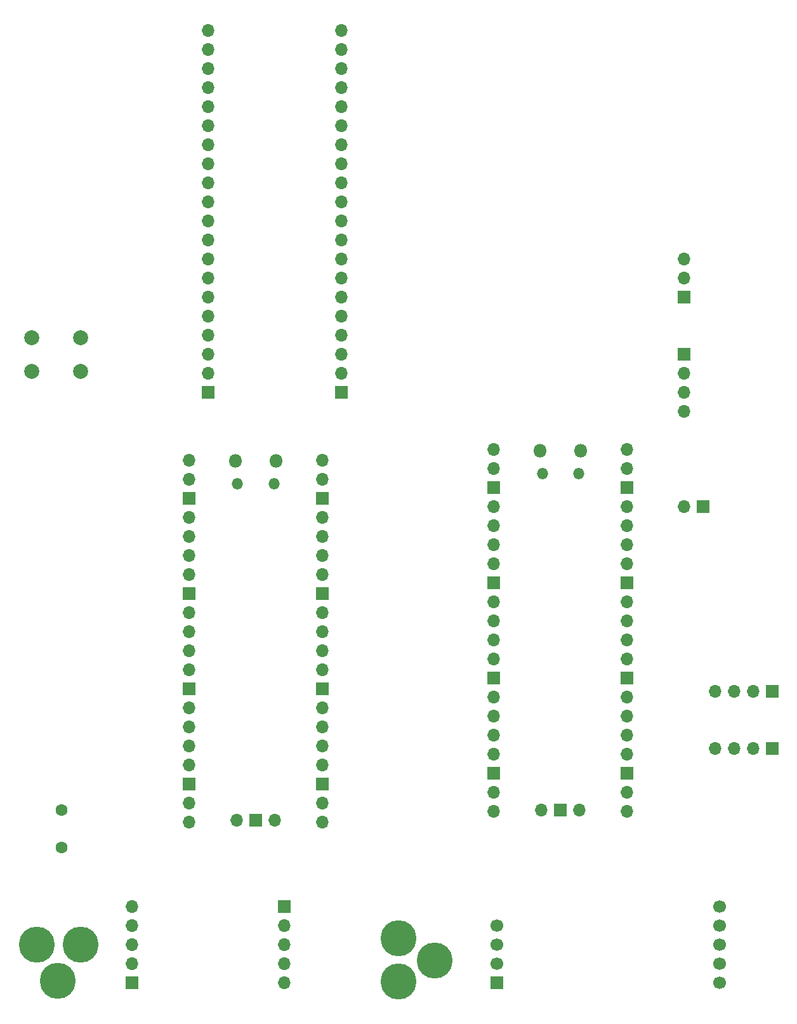
<source format=gbs>
G04 #@! TF.GenerationSoftware,KiCad,Pcbnew,7.0.7*
G04 #@! TF.CreationDate,2024-01-04T21:27:51+01:00*
G04 #@! TF.ProjectId,InternalPCB,496e7465-726e-4616-9c50-43422e6b6963,A*
G04 #@! TF.SameCoordinates,Original*
G04 #@! TF.FileFunction,Soldermask,Bot*
G04 #@! TF.FilePolarity,Negative*
%FSLAX46Y46*%
G04 Gerber Fmt 4.6, Leading zero omitted, Abs format (unit mm)*
G04 Created by KiCad (PCBNEW 7.0.7) date 2024-01-04 21:27:51*
%MOMM*%
%LPD*%
G01*
G04 APERTURE LIST*
%ADD10R,1.700000X1.700000*%
%ADD11O,1.700000X1.700000*%
%ADD12C,1.700000*%
%ADD13O,1.800000X1.800000*%
%ADD14O,1.500000X1.500000*%
%ADD15C,2.000000*%
%ADD16C,1.600000*%
%ADD17C,4.800000*%
G04 APERTURE END LIST*
D10*
X45720000Y-165100000D03*
D11*
X45720000Y-162560000D03*
X45720000Y-160020000D03*
X45720000Y-157480000D03*
X45720000Y-154940000D03*
D10*
X94417500Y-165100000D03*
D12*
X94417500Y-162560000D03*
X94417500Y-160020000D03*
X94417500Y-157480000D03*
X124117500Y-154940000D03*
X124117500Y-157480000D03*
X124117500Y-160020000D03*
X124117500Y-162560000D03*
X124117500Y-165100000D03*
D13*
X100145000Y-94110000D03*
D14*
X100445000Y-97140000D03*
X105295000Y-97140000D03*
D13*
X105595000Y-94110000D03*
D11*
X93980000Y-93980000D03*
X93980000Y-96520000D03*
D10*
X93980000Y-99060000D03*
D11*
X93980000Y-101600000D03*
X93980000Y-104140000D03*
X93980000Y-106680000D03*
X93980000Y-109220000D03*
D10*
X93980000Y-111760000D03*
D11*
X93980000Y-114300000D03*
X93980000Y-116840000D03*
X93980000Y-119380000D03*
X93980000Y-121920000D03*
D10*
X93980000Y-124460000D03*
D11*
X93980000Y-127000000D03*
X93980000Y-129540000D03*
X93980000Y-132080000D03*
X93980000Y-134620000D03*
D10*
X93980000Y-137160000D03*
D11*
X93980000Y-139700000D03*
X93980000Y-142240000D03*
X111760000Y-142240000D03*
X111760000Y-139700000D03*
D10*
X111760000Y-137160000D03*
D11*
X111760000Y-134620000D03*
X111760000Y-132080000D03*
X111760000Y-129540000D03*
X111760000Y-127000000D03*
D10*
X111760000Y-124460000D03*
D11*
X111760000Y-121920000D03*
X111760000Y-119380000D03*
X111760000Y-116840000D03*
X111760000Y-114300000D03*
D10*
X111760000Y-111760000D03*
D11*
X111760000Y-109220000D03*
X111760000Y-106680000D03*
X111760000Y-104140000D03*
X111760000Y-101600000D03*
D10*
X111760000Y-99060000D03*
D11*
X111760000Y-96520000D03*
X111760000Y-93980000D03*
X100330000Y-142010000D03*
D10*
X102870000Y-142010000D03*
D11*
X105410000Y-142010000D03*
D10*
X131084775Y-126188605D03*
D11*
X128544775Y-126188605D03*
X126004775Y-126188605D03*
X123464775Y-126188605D03*
D15*
X32310000Y-79030000D03*
X38810000Y-79030000D03*
X32310000Y-83530000D03*
X38810000Y-83530000D03*
D16*
X36322000Y-147026000D03*
X36322000Y-142026000D03*
D10*
X55880000Y-86360000D03*
D11*
X55880000Y-83820000D03*
X55880000Y-81280000D03*
X55880000Y-78740000D03*
X55880000Y-76200000D03*
X55880000Y-73660000D03*
X55880000Y-71120000D03*
X55880000Y-68580000D03*
X55880000Y-66040000D03*
X55880000Y-63500000D03*
X55880000Y-60960000D03*
X55880000Y-58420000D03*
X55880000Y-55880000D03*
X55880000Y-53340000D03*
X55880000Y-50800000D03*
X55880000Y-48260000D03*
X55880000Y-45720000D03*
X55880000Y-43180000D03*
X55880000Y-40640000D03*
X55880000Y-38100000D03*
D10*
X119380000Y-73660000D03*
D11*
X119380000Y-71120000D03*
X119380000Y-68580000D03*
D10*
X73660000Y-86360000D03*
D11*
X73660000Y-83820000D03*
X73660000Y-81280000D03*
X73660000Y-78740000D03*
X73660000Y-76200000D03*
X73660000Y-73660000D03*
X73660000Y-71120000D03*
X73660000Y-68580000D03*
X73660000Y-66040000D03*
X73660000Y-63500000D03*
X73660000Y-60960000D03*
X73660000Y-58420000D03*
X73660000Y-55880000D03*
X73660000Y-53340000D03*
X73660000Y-50800000D03*
X73660000Y-48260000D03*
X73660000Y-45720000D03*
X73660000Y-43180000D03*
X73660000Y-40640000D03*
X73660000Y-38100000D03*
D10*
X66040000Y-154940000D03*
D11*
X66040000Y-157480000D03*
X66040000Y-160020000D03*
X66040000Y-162560000D03*
X66040000Y-165100000D03*
D13*
X59471695Y-95477874D03*
D14*
X59771695Y-98507874D03*
X64621695Y-98507874D03*
D13*
X64921695Y-95477874D03*
D11*
X53306695Y-95347874D03*
X53306695Y-97887874D03*
D10*
X53306695Y-100427874D03*
D11*
X53306695Y-102967874D03*
X53306695Y-105507874D03*
X53306695Y-108047874D03*
X53306695Y-110587874D03*
D10*
X53306695Y-113127874D03*
D11*
X53306695Y-115667874D03*
X53306695Y-118207874D03*
X53306695Y-120747874D03*
X53306695Y-123287874D03*
D10*
X53306695Y-125827874D03*
D11*
X53306695Y-128367874D03*
X53306695Y-130907874D03*
X53306695Y-133447874D03*
X53306695Y-135987874D03*
D10*
X53306695Y-138527874D03*
D11*
X53306695Y-141067874D03*
X53306695Y-143607874D03*
X71086695Y-143607874D03*
X71086695Y-141067874D03*
D10*
X71086695Y-138527874D03*
D11*
X71086695Y-135987874D03*
X71086695Y-133447874D03*
X71086695Y-130907874D03*
X71086695Y-128367874D03*
D10*
X71086695Y-125827874D03*
D11*
X71086695Y-123287874D03*
X71086695Y-120747874D03*
X71086695Y-118207874D03*
X71086695Y-115667874D03*
D10*
X71086695Y-113127874D03*
D11*
X71086695Y-110587874D03*
X71086695Y-108047874D03*
X71086695Y-105507874D03*
X71086695Y-102967874D03*
D10*
X71086695Y-100427874D03*
D11*
X71086695Y-97887874D03*
X71086695Y-95347874D03*
X59656695Y-143377874D03*
D10*
X62196695Y-143377874D03*
D11*
X64736695Y-143377874D03*
D10*
X119380000Y-81280000D03*
D11*
X119380000Y-83820000D03*
X119380000Y-86360000D03*
X119380000Y-88900000D03*
D17*
X81280000Y-159120000D03*
X81280000Y-164920000D03*
X86080000Y-162120000D03*
D10*
X121920000Y-101600000D03*
D11*
X119380000Y-101600000D03*
D10*
X131084775Y-133808605D03*
D11*
X128544775Y-133808605D03*
X126004775Y-133808605D03*
X123464775Y-133808605D03*
D17*
X38820000Y-160020000D03*
X33020000Y-160020000D03*
X35820000Y-164820000D03*
M02*

</source>
